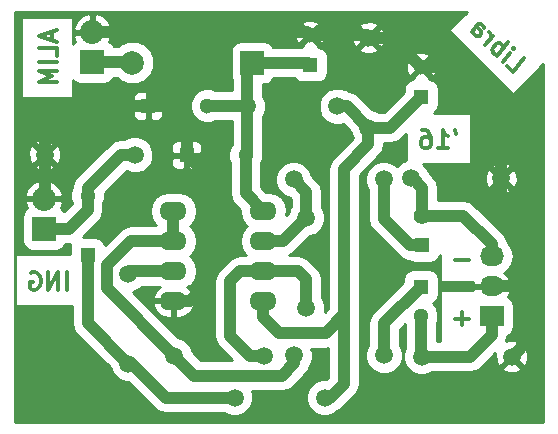
<source format=gbr>
G04 #@! TF.FileFunction,Copper,L2,Bot,Signal*
%FSLAX46Y46*%
G04 Gerber Fmt 4.6, Leading zero omitted, Abs format (unit mm)*
G04 Created by KiCad (PCBNEW 4.0.2+e4-6225~38~ubuntu15.10.1-stable) date lun 09 mag 2016 18:24:35 CEST*
%MOMM*%
G01*
G04 APERTURE LIST*
%ADD10C,0.100000*%
%ADD11C,0.300000*%
%ADD12R,1.300000X1.300000*%
%ADD13C,1.300000*%
%ADD14C,1.400000*%
%ADD15C,1.998980*%
%ADD16R,1.998980X1.998980*%
%ADD17R,2.032000X2.032000*%
%ADD18O,2.032000X2.032000*%
%ADD19R,2.032000X1.727200*%
%ADD20O,2.032000X1.727200*%
%ADD21C,1.500000*%
%ADD22O,2.300000X1.600000*%
%ADD23C,1.000000*%
%ADD24C,0.254000*%
G04 APERTURE END LIST*
D10*
D11*
X171357143Y-103178571D02*
X171500000Y-103464286D01*
X169928571Y-104678571D02*
X170785714Y-104678571D01*
X170357142Y-104678571D02*
X170357142Y-103178571D01*
X170499999Y-103392857D01*
X170642857Y-103535714D01*
X170785714Y-103607143D01*
X168642857Y-103178571D02*
X168928571Y-103178571D01*
X169071428Y-103250000D01*
X169142857Y-103321429D01*
X169285714Y-103535714D01*
X169357143Y-103821429D01*
X169357143Y-104392857D01*
X169285714Y-104535714D01*
X169214286Y-104607143D01*
X169071428Y-104678571D01*
X168785714Y-104678571D01*
X168642857Y-104607143D01*
X168571428Y-104535714D01*
X168500000Y-104392857D01*
X168500000Y-104035714D01*
X168571428Y-103892857D01*
X168642857Y-103821429D01*
X168785714Y-103750000D01*
X169071428Y-103750000D01*
X169214286Y-103821429D01*
X169285714Y-103892857D01*
X169357143Y-104035714D01*
X175792338Y-97751982D02*
X176297414Y-98257059D01*
X177225492Y-97063816D01*
X175438785Y-97398429D02*
X176057503Y-96602934D01*
X176366862Y-96205186D02*
X176373176Y-96312516D01*
X176278474Y-96318829D01*
X176272161Y-96211501D01*
X176366862Y-96205186D01*
X176278474Y-96318829D01*
X174933708Y-96893352D02*
X175861786Y-95700110D01*
X175508232Y-96154679D02*
X175451411Y-95996842D01*
X175249381Y-95794812D01*
X175104172Y-95750618D01*
X175009470Y-95756932D01*
X174870573Y-95820066D01*
X174605408Y-96160992D01*
X174567528Y-96325142D01*
X174573842Y-96432471D01*
X174630663Y-96590307D01*
X174832693Y-96792337D01*
X174977902Y-96836532D01*
X173974063Y-95933707D02*
X174592781Y-95138212D01*
X174416005Y-95365498D02*
X174453886Y-95201348D01*
X174447572Y-95094019D01*
X174390751Y-94936182D01*
X174289736Y-94835167D01*
X172862896Y-94822540D02*
X173349032Y-94197508D01*
X173487928Y-94134374D01*
X173633137Y-94178568D01*
X173835167Y-94380598D01*
X173891988Y-94538435D01*
X172907090Y-94765720D02*
X172963911Y-94923555D01*
X173216449Y-95176093D01*
X173361658Y-95220288D01*
X173500555Y-95157154D01*
X173588943Y-95043512D01*
X173626823Y-94879361D01*
X173570002Y-94721525D01*
X173317464Y-94468987D01*
X173260643Y-94311150D01*
X137250000Y-94821428D02*
X137250000Y-95535714D01*
X137678571Y-94678571D02*
X136178571Y-95178571D01*
X137678571Y-95678571D01*
X137678571Y-96892857D02*
X137678571Y-96178571D01*
X136178571Y-96178571D01*
X137678571Y-97392857D02*
X136178571Y-97392857D01*
X137678571Y-98107143D02*
X136178571Y-98107143D01*
X137250000Y-98607143D01*
X136178571Y-99107143D01*
X137678571Y-99107143D01*
X138535714Y-116678571D02*
X138535714Y-115178571D01*
X137821428Y-116678571D02*
X137821428Y-115178571D01*
X136964285Y-116678571D01*
X136964285Y-115178571D01*
X135464285Y-115250000D02*
X135607142Y-115178571D01*
X135821428Y-115178571D01*
X136035713Y-115250000D01*
X136178571Y-115392857D01*
X136249999Y-115535714D01*
X136321428Y-115821429D01*
X136321428Y-116035714D01*
X136249999Y-116321429D01*
X136178571Y-116464286D01*
X136035713Y-116607143D01*
X135821428Y-116678571D01*
X135678571Y-116678571D01*
X135464285Y-116607143D01*
X135392856Y-116535714D01*
X135392856Y-116035714D01*
X135678571Y-116035714D01*
X172571428Y-119107143D02*
X171428571Y-119107143D01*
X172000000Y-119678571D02*
X172000000Y-118535714D01*
X172571428Y-114107143D02*
X171428571Y-114107143D01*
D12*
X140284200Y-113690400D03*
D13*
X140284200Y-108690400D03*
D12*
X168516300Y-116395500D03*
D13*
X168516300Y-118895500D03*
D12*
X168630600Y-112890300D03*
D14*
X168630600Y-110390300D03*
D15*
X144081500Y-97436940D03*
D16*
X154241500Y-97436940D03*
D17*
X136588500Y-111480600D03*
D18*
X136588500Y-108940600D03*
D17*
X140695680Y-97393760D03*
D18*
X140695680Y-94853760D03*
D19*
X174498000Y-118910100D03*
D20*
X174498000Y-116370100D03*
X174498000Y-113830100D03*
D21*
X144284700Y-105232200D03*
X136664700Y-105232200D03*
X152737820Y-125785880D03*
X160357820Y-125785880D03*
X143751300Y-115290600D03*
X143751300Y-122910600D03*
X155257500Y-122262900D03*
X147637500Y-122262900D03*
X158800800Y-110566200D03*
X158800800Y-118186200D03*
X153809700Y-101117400D03*
X161429700Y-101117400D03*
X164063680Y-102941120D03*
X164063680Y-95321120D03*
X165354000Y-107327700D03*
X157734000Y-107327700D03*
X165392100Y-122224800D03*
X157772100Y-122224800D03*
X176199800Y-122321320D03*
X168579800Y-122321320D03*
X175298100Y-107213400D03*
X167678100Y-107213400D03*
D22*
X147561300Y-109994700D03*
X147561300Y-112534700D03*
X147561300Y-115074700D03*
X147561300Y-117614700D03*
X155181300Y-117614700D03*
X155181300Y-115074700D03*
X155181300Y-112534700D03*
X155181300Y-109994700D03*
D12*
X148666200Y-105270300D03*
D13*
X153666200Y-105270300D03*
D12*
X145427700Y-101079300D03*
D13*
X150427700Y-101079300D03*
D12*
X159131000Y-97612200D03*
D13*
X159131000Y-95112200D03*
D12*
X168534080Y-100304600D03*
D13*
X168534080Y-97804600D03*
D23*
X143751300Y-122910600D02*
X144033240Y-122910600D01*
X144033240Y-122910600D02*
X146908520Y-125785880D01*
X146908520Y-125785880D02*
X152737820Y-125785880D01*
X143751300Y-122910600D02*
X143751300Y-122974100D01*
X140284200Y-113690400D02*
X140284200Y-119443500D01*
X140284200Y-119443500D02*
X143751300Y-122910600D01*
X140284200Y-108690400D02*
X140284200Y-108074460D01*
X140284200Y-108074460D02*
X143126460Y-105232200D01*
X143126460Y-105232200D02*
X144284700Y-105232200D01*
X136588500Y-111480600D02*
X138722100Y-111480600D01*
X140284200Y-109918500D02*
X140284200Y-108690400D01*
X138722100Y-111480600D02*
X140284200Y-109918500D01*
X165392100Y-122224800D02*
X165392100Y-119519700D01*
X165392100Y-119519700D02*
X168516300Y-116395500D01*
X168579800Y-122321320D02*
X172678680Y-122321320D01*
X174498000Y-120502000D02*
X174498000Y-118910100D01*
X172678680Y-122321320D02*
X174498000Y-120502000D01*
X168516300Y-118895500D02*
X168516300Y-122257820D01*
X168516300Y-122257820D02*
X168579800Y-122321320D01*
X168530900Y-118910100D02*
X168516300Y-118895500D01*
X165354000Y-107327700D02*
X165354000Y-110642400D01*
X167601900Y-112890300D02*
X168630600Y-112890300D01*
X165354000Y-110642400D02*
X167601900Y-112890300D01*
X168630600Y-110390300D02*
X172074200Y-110390300D01*
X174498000Y-112814100D02*
X174498000Y-113830100D01*
X172074200Y-110390300D02*
X174498000Y-112814100D01*
X167678100Y-107213400D02*
X167830500Y-107213400D01*
X167830500Y-107213400D02*
X168630600Y-108013500D01*
X168630600Y-108013500D02*
X168630600Y-110390300D01*
X140695680Y-97393760D02*
X144038320Y-97393760D01*
X144038320Y-97393760D02*
X144081500Y-97436940D01*
X150427700Y-101079300D02*
X153771600Y-101079300D01*
X153771600Y-101079300D02*
X153809700Y-101117400D01*
X153809700Y-101117400D02*
X153809700Y-105126800D01*
X153809700Y-105126800D02*
X153666200Y-105270300D01*
X153666200Y-105270300D02*
X153666200Y-108479600D01*
X153666200Y-108479600D02*
X155181300Y-109994700D01*
X153809700Y-101117400D02*
X153809700Y-97868740D01*
X153809700Y-97868740D02*
X154241500Y-97436940D01*
X154241500Y-97436940D02*
X158955740Y-97436940D01*
X158955740Y-97436940D02*
X159131000Y-97612200D01*
X149000000Y-94853760D02*
X149000000Y-97507000D01*
X149000000Y-97507000D02*
X145427700Y-101079300D01*
X174498000Y-116370100D02*
X176415700Y-116370100D01*
X177698400Y-120822720D02*
X176199800Y-122321320D01*
X177698400Y-117652800D02*
X177698400Y-120822720D01*
X176415700Y-116370100D02*
X177698400Y-117652800D01*
X175298100Y-107213400D02*
X175298100Y-109651800D01*
X176733200Y-116370100D02*
X174498000Y-116370100D01*
X177355500Y-115747800D02*
X176733200Y-116370100D01*
X177355500Y-111709200D02*
X177355500Y-115747800D01*
X175298100Y-109651800D02*
X177355500Y-111709200D01*
X168534080Y-97804600D02*
X170420660Y-97804600D01*
X175298100Y-102682040D02*
X175298100Y-107213400D01*
X170420660Y-97804600D02*
X175298100Y-102682040D01*
X164063680Y-95321120D02*
X166050600Y-95321120D01*
X166050600Y-95321120D02*
X168534080Y-97804600D01*
X159131000Y-95112200D02*
X163854760Y-95112200D01*
X163854760Y-95112200D02*
X164063680Y-95321120D01*
X140695680Y-94853760D02*
X149000000Y-94853760D01*
X149000000Y-94853760D02*
X158872560Y-94853760D01*
X158872560Y-94853760D02*
X159131000Y-95112200D01*
X136664700Y-105232200D02*
X136664700Y-104122220D01*
X136664700Y-104122220D02*
X139707620Y-101079300D01*
X139707620Y-101079300D02*
X145427700Y-101079300D01*
X148666200Y-105270300D02*
X148666200Y-102984300D01*
X146761200Y-101079300D02*
X145427700Y-101079300D01*
X148666200Y-102984300D02*
X146761200Y-101079300D01*
X136664700Y-105232200D02*
X136664700Y-108864400D01*
X136664700Y-108864400D02*
X136588500Y-108940600D01*
X147561300Y-117614700D02*
X148971000Y-117614700D01*
X150418800Y-107022900D02*
X148666200Y-105270300D01*
X150418800Y-116166900D02*
X150418800Y-107022900D01*
X148971000Y-117614700D02*
X150418800Y-116166900D01*
X160357820Y-125785880D02*
X160822640Y-125785880D01*
X160822640Y-125785880D02*
X162001200Y-124607320D01*
X162001200Y-124607320D02*
X162001200Y-118757700D01*
X164063680Y-102941120D02*
X164063680Y-104350820D01*
X155181300Y-118986300D02*
X155181300Y-117614700D01*
X156514800Y-120319800D02*
X155181300Y-118986300D01*
X160439100Y-120319800D02*
X156514800Y-120319800D01*
X162001200Y-118757700D02*
X160439100Y-120319800D01*
X162001200Y-106413300D02*
X162001200Y-118757700D01*
X164063680Y-104350820D02*
X162001200Y-106413300D01*
X164063680Y-102941120D02*
X165897560Y-102941120D01*
X165897560Y-102941120D02*
X168534080Y-100304600D01*
X161429700Y-101117400D02*
X162239960Y-101117400D01*
X162239960Y-101117400D02*
X164063680Y-102941120D01*
X147561300Y-115074700D02*
X143967200Y-115074700D01*
X143967200Y-115074700D02*
X143751300Y-115290600D01*
X155257500Y-122262900D02*
X154038300Y-122262900D01*
X153225500Y-115074700D02*
X155181300Y-115074700D01*
X152361900Y-115938300D02*
X153225500Y-115074700D01*
X152361900Y-120586500D02*
X152361900Y-115938300D01*
X154038300Y-122262900D02*
X152361900Y-120586500D01*
X155181300Y-115074700D02*
X158089600Y-115074700D01*
X158800800Y-115785900D02*
X158800800Y-118186200D01*
X158089600Y-115074700D02*
X158800800Y-115785900D01*
X157772100Y-122224800D02*
X157772100Y-122885200D01*
X157772100Y-122885200D02*
X156715460Y-123941840D01*
X156715460Y-123941840D02*
X149316440Y-123941840D01*
X149316440Y-123941840D02*
X147637500Y-122262900D01*
X147561300Y-112534700D02*
X143954500Y-112534700D01*
X141922500Y-116547900D02*
X147637500Y-122262900D01*
X141922500Y-114566700D02*
X141922500Y-116547900D01*
X143954500Y-112534700D02*
X141922500Y-114566700D01*
X147561300Y-112534700D02*
X147561300Y-109994700D01*
X155181300Y-112534700D02*
X156832300Y-112534700D01*
X156832300Y-112534700D02*
X158800800Y-110566200D01*
X158800800Y-110566200D02*
X158800800Y-108394500D01*
X158800800Y-108394500D02*
X157734000Y-107327700D01*
D24*
G36*
X170839763Y-94706374D02*
X176293627Y-100160238D01*
X178873000Y-97580865D01*
X178873000Y-127873000D01*
X134127000Y-127873000D01*
X134127000Y-113673000D01*
X134130143Y-113673000D01*
X134130143Y-118027000D01*
X138957200Y-118027000D01*
X138957200Y-119443500D01*
X139058212Y-119951321D01*
X139345869Y-120381831D01*
X142174038Y-123210000D01*
X142174027Y-123222908D01*
X142413605Y-123802732D01*
X142856835Y-124246736D01*
X143436239Y-124487325D01*
X143733563Y-124487585D01*
X145970189Y-126724211D01*
X146400699Y-127011868D01*
X146908520Y-127112880D01*
X151834235Y-127112880D01*
X151843355Y-127122016D01*
X152422759Y-127362605D01*
X153050128Y-127363153D01*
X153629952Y-127123575D01*
X154073956Y-126680345D01*
X154314545Y-126100941D01*
X154315093Y-125473572D01*
X154230500Y-125268840D01*
X156715460Y-125268840D01*
X157223281Y-125167828D01*
X157653791Y-124880171D01*
X158710428Y-123823533D01*
X158710431Y-123823531D01*
X158998088Y-123393021D01*
X159031926Y-123222908D01*
X159038743Y-123188637D01*
X159108236Y-123119265D01*
X159348825Y-122539861D01*
X159349373Y-121912492D01*
X159239591Y-121646800D01*
X160439100Y-121646800D01*
X160674200Y-121600036D01*
X160674200Y-124057659D01*
X160522835Y-124209024D01*
X160045512Y-124208607D01*
X159465688Y-124448185D01*
X159021684Y-124891415D01*
X158781095Y-125470819D01*
X158780547Y-126098188D01*
X159020125Y-126678012D01*
X159463355Y-127122016D01*
X160042759Y-127362605D01*
X160670128Y-127363153D01*
X161249952Y-127123575D01*
X161425403Y-126948430D01*
X161760971Y-126724211D01*
X162939528Y-125545653D01*
X162939531Y-125545651D01*
X163227188Y-125115141D01*
X163271690Y-124891415D01*
X163328201Y-124607320D01*
X163328200Y-124607315D01*
X163328200Y-122537108D01*
X163814827Y-122537108D01*
X164054405Y-123116932D01*
X164497635Y-123560936D01*
X165077039Y-123801525D01*
X165704408Y-123802073D01*
X166284232Y-123562495D01*
X166728236Y-123119265D01*
X166968825Y-122539861D01*
X166969373Y-121912492D01*
X166729795Y-121332668D01*
X166719100Y-121321954D01*
X166719100Y-120069362D01*
X167189300Y-119599162D01*
X167189300Y-121557778D01*
X167003075Y-122006259D01*
X167002527Y-122633628D01*
X167242105Y-123213452D01*
X167685335Y-123657456D01*
X168264739Y-123898045D01*
X168892108Y-123898593D01*
X169471932Y-123659015D01*
X169482646Y-123648320D01*
X172678680Y-123648320D01*
X173186501Y-123547308D01*
X173567344Y-123292837D01*
X175407888Y-123292837D01*
X175475877Y-123533780D01*
X175994971Y-123718521D01*
X176545248Y-123690550D01*
X176923723Y-123533780D01*
X176991712Y-123292837D01*
X176199800Y-122500925D01*
X175407888Y-123292837D01*
X173567344Y-123292837D01*
X173617011Y-123259651D01*
X174826042Y-122050620D01*
X174802599Y-122116491D01*
X174830570Y-122666768D01*
X174987340Y-123045243D01*
X175228283Y-123113232D01*
X176020195Y-122321320D01*
X176379405Y-122321320D01*
X177171317Y-123113232D01*
X177412260Y-123045243D01*
X177597001Y-122526149D01*
X177569030Y-121975872D01*
X177412260Y-121597397D01*
X177171317Y-121529408D01*
X176379405Y-122321320D01*
X176020195Y-122321320D01*
X176006053Y-122307178D01*
X176185658Y-122127573D01*
X176199800Y-122141715D01*
X176991712Y-121349803D01*
X176923723Y-121108860D01*
X176404629Y-120924119D01*
X175854352Y-120952090D01*
X175724797Y-121005754D01*
X175813349Y-120560575D01*
X175820468Y-120559235D01*
X176101939Y-120378113D01*
X176290769Y-120101752D01*
X176357201Y-119773700D01*
X176357201Y-118046500D01*
X176299535Y-117740032D01*
X176118413Y-117458561D01*
X175847363Y-117273360D01*
X175848732Y-117272136D01*
X176102709Y-116744891D01*
X176105358Y-116729126D01*
X175984217Y-116497100D01*
X174625000Y-116497100D01*
X174625000Y-116517100D01*
X174371000Y-116517100D01*
X174371000Y-116497100D01*
X173011783Y-116497100D01*
X172919945Y-116673000D01*
X170094429Y-116673000D01*
X170094429Y-120994320D01*
X169843300Y-120994320D01*
X169843300Y-119551203D01*
X169993043Y-119190582D01*
X169993556Y-118602995D01*
X169769170Y-118059940D01*
X169514109Y-117804433D01*
X169754239Y-117649913D01*
X169943069Y-117373552D01*
X170009501Y-117045500D01*
X170009501Y-115745500D01*
X169951835Y-115439032D01*
X169770713Y-115157561D01*
X169494352Y-114968731D01*
X169166300Y-114902299D01*
X167866300Y-114902299D01*
X167559832Y-114959965D01*
X167278361Y-115141087D01*
X167089531Y-115417448D01*
X167023099Y-115745500D01*
X167023099Y-116012039D01*
X164453769Y-118581369D01*
X164166112Y-119011879D01*
X164065100Y-119519700D01*
X164065100Y-121321215D01*
X164055964Y-121330335D01*
X163815375Y-121909739D01*
X163814827Y-122537108D01*
X163328200Y-122537108D01*
X163328200Y-106962962D01*
X165002011Y-105289151D01*
X165289668Y-104858641D01*
X165390680Y-104350820D01*
X165390680Y-104268120D01*
X165897560Y-104268120D01*
X166405381Y-104167108D01*
X166835891Y-103879451D01*
X167237286Y-103478056D01*
X167237286Y-105689225D01*
X166785968Y-105875705D01*
X166458818Y-106202285D01*
X166248465Y-105991564D01*
X165669061Y-105750975D01*
X165041692Y-105750427D01*
X164461868Y-105990005D01*
X164017864Y-106433235D01*
X163777275Y-107012639D01*
X163776727Y-107640008D01*
X164016305Y-108219832D01*
X164027000Y-108230546D01*
X164027000Y-110642400D01*
X164128012Y-111150221D01*
X164415669Y-111580731D01*
X166663567Y-113828628D01*
X166663569Y-113828631D01*
X167008160Y-114058879D01*
X167094079Y-114116288D01*
X167467368Y-114190541D01*
X167652548Y-114317069D01*
X167980600Y-114383501D01*
X169280600Y-114383501D01*
X169587068Y-114325835D01*
X169868539Y-114144713D01*
X170057369Y-113868352D01*
X170094429Y-113685344D01*
X170094429Y-116027000D01*
X172898957Y-116027000D01*
X173011783Y-116243100D01*
X174371000Y-116243100D01*
X174371000Y-116223100D01*
X174625000Y-116223100D01*
X174625000Y-116243100D01*
X175984217Y-116243100D01*
X176105358Y-116011074D01*
X176102709Y-115995309D01*
X175848732Y-115468064D01*
X175579567Y-115227575D01*
X175881942Y-115025535D01*
X176248418Y-114477065D01*
X176377107Y-113830100D01*
X176248418Y-113183135D01*
X175881942Y-112634665D01*
X175775110Y-112563282D01*
X175723988Y-112306279D01*
X175436331Y-111875769D01*
X173012531Y-109451969D01*
X172582021Y-109164312D01*
X172074200Y-109063300D01*
X169957600Y-109063300D01*
X169957600Y-108184917D01*
X174506188Y-108184917D01*
X174574177Y-108425860D01*
X175093271Y-108610601D01*
X175643548Y-108582630D01*
X176022023Y-108425860D01*
X176090012Y-108184917D01*
X175298100Y-107393005D01*
X174506188Y-108184917D01*
X169957600Y-108184917D01*
X169957600Y-108013500D01*
X169856588Y-107505679D01*
X169568931Y-107075169D01*
X169502333Y-107008571D01*
X173900899Y-107008571D01*
X173928870Y-107558848D01*
X174085640Y-107937323D01*
X174326583Y-108005312D01*
X175118495Y-107213400D01*
X175477705Y-107213400D01*
X176269617Y-108005312D01*
X176510560Y-107937323D01*
X176695301Y-107418229D01*
X176667330Y-106867952D01*
X176510560Y-106489477D01*
X176269617Y-106421488D01*
X175477705Y-107213400D01*
X175118495Y-107213400D01*
X174326583Y-106421488D01*
X174085640Y-106489477D01*
X173900899Y-107008571D01*
X169502333Y-107008571D01*
X169157160Y-106663398D01*
X169015795Y-106321268D01*
X168936549Y-106241883D01*
X174506188Y-106241883D01*
X175298100Y-107033795D01*
X176090012Y-106241883D01*
X176022023Y-106000940D01*
X175502929Y-105816199D01*
X174952652Y-105844170D01*
X174574177Y-106000940D01*
X174506188Y-106241883D01*
X168936549Y-106241883D01*
X168722040Y-106027000D01*
X172762714Y-106027000D01*
X172762714Y-101673000D01*
X169594879Y-101673000D01*
X169772019Y-101559013D01*
X169960849Y-101282652D01*
X170027281Y-100954600D01*
X170027281Y-99654600D01*
X169969615Y-99348132D01*
X169788493Y-99066661D01*
X169512132Y-98877831D01*
X169225442Y-98819775D01*
X169253490Y-98703616D01*
X168534080Y-97984205D01*
X167814670Y-98703616D01*
X167842581Y-98819207D01*
X167577612Y-98869065D01*
X167296141Y-99050187D01*
X167107311Y-99326548D01*
X167040879Y-99654600D01*
X167040879Y-99921140D01*
X165347898Y-101614120D01*
X164967265Y-101614120D01*
X164958145Y-101604984D01*
X164378741Y-101364395D01*
X164363603Y-101364382D01*
X163178291Y-100179069D01*
X162747781Y-99891412D01*
X162356408Y-99813563D01*
X162324165Y-99781264D01*
X161744761Y-99540675D01*
X161117392Y-99540127D01*
X160537568Y-99779705D01*
X160093564Y-100222935D01*
X159852975Y-100802339D01*
X159852427Y-101429708D01*
X160092005Y-102009532D01*
X160535235Y-102453536D01*
X161114639Y-102694125D01*
X161742008Y-102694673D01*
X161882515Y-102636617D01*
X162486418Y-103240520D01*
X162486407Y-103253428D01*
X162719728Y-103818110D01*
X161062869Y-105474969D01*
X160775212Y-105905479D01*
X160674200Y-106413300D01*
X160674200Y-118208038D01*
X160375074Y-118507164D01*
X160377525Y-118501261D01*
X160378073Y-117873892D01*
X160138495Y-117294068D01*
X160127800Y-117283354D01*
X160127800Y-115785905D01*
X160127801Y-115785900D01*
X160026788Y-115278079D01*
X159954246Y-115169512D01*
X159739131Y-114847569D01*
X159739128Y-114847567D01*
X159027931Y-114136369D01*
X158597421Y-113848712D01*
X158089600Y-113747700D01*
X157359559Y-113747700D01*
X157770631Y-113473031D01*
X159100200Y-112143462D01*
X159113108Y-112143473D01*
X159692932Y-111903895D01*
X160136936Y-111460665D01*
X160377525Y-110881261D01*
X160378073Y-110253892D01*
X160138495Y-109674068D01*
X160127800Y-109663354D01*
X160127800Y-108394500D01*
X160026788Y-107886679D01*
X159739131Y-107456169D01*
X159311262Y-107028300D01*
X159311273Y-107015392D01*
X159071695Y-106435568D01*
X158628465Y-105991564D01*
X158049061Y-105750975D01*
X157421692Y-105750427D01*
X156841868Y-105990005D01*
X156397864Y-106433235D01*
X156157275Y-107012639D01*
X156156727Y-107640008D01*
X156396305Y-108219832D01*
X156839535Y-108663836D01*
X157418939Y-108904425D01*
X157434076Y-108904438D01*
X157473800Y-108944162D01*
X157473800Y-109662615D01*
X157464664Y-109671735D01*
X157224075Y-110251139D01*
X157224062Y-110266277D01*
X157122887Y-110367452D01*
X157197032Y-109994700D01*
X157073184Y-109372074D01*
X156720495Y-108844237D01*
X156192658Y-108491548D01*
X155570032Y-108367700D01*
X155430962Y-108367700D01*
X154993200Y-107929938D01*
X154993200Y-105926003D01*
X155142943Y-105565382D01*
X155143456Y-104977795D01*
X155136700Y-104961444D01*
X155136700Y-102020985D01*
X155145836Y-102011865D01*
X155386425Y-101432461D01*
X155386973Y-100805092D01*
X155147395Y-100225268D01*
X155136700Y-100214554D01*
X155136700Y-99279631D01*
X155240990Y-99279631D01*
X155547458Y-99221965D01*
X155828929Y-99040843D01*
X156017759Y-98764482D01*
X156017869Y-98763940D01*
X157821119Y-98763940D01*
X157876587Y-98850139D01*
X158152948Y-99038969D01*
X158481000Y-99105401D01*
X159781000Y-99105401D01*
X160087468Y-99047735D01*
X160368939Y-98866613D01*
X160557769Y-98590252D01*
X160624201Y-98262200D01*
X160624201Y-97623678D01*
X167236458Y-97623678D01*
X167265997Y-98134028D01*
X167404469Y-98468329D01*
X167635064Y-98524010D01*
X168354475Y-97804600D01*
X168713685Y-97804600D01*
X169433096Y-98524010D01*
X169663691Y-98468329D01*
X169831702Y-97985522D01*
X169802163Y-97475172D01*
X169663691Y-97140871D01*
X169433096Y-97085190D01*
X168713685Y-97804600D01*
X168354475Y-97804600D01*
X167635064Y-97085190D01*
X167404469Y-97140871D01*
X167236458Y-97623678D01*
X160624201Y-97623678D01*
X160624201Y-96962200D01*
X160613548Y-96905584D01*
X167814670Y-96905584D01*
X168534080Y-97624995D01*
X169253490Y-96905584D01*
X169197809Y-96674989D01*
X168715002Y-96506978D01*
X168204652Y-96536517D01*
X167870351Y-96674989D01*
X167814670Y-96905584D01*
X160613548Y-96905584D01*
X160566535Y-96655732D01*
X160385413Y-96374261D01*
X160265953Y-96292637D01*
X163271768Y-96292637D01*
X163339757Y-96533580D01*
X163858851Y-96718321D01*
X164409128Y-96690350D01*
X164787603Y-96533580D01*
X164855592Y-96292637D01*
X164063680Y-95500725D01*
X163271768Y-96292637D01*
X160265953Y-96292637D01*
X160109052Y-96185431D01*
X159822362Y-96127375D01*
X159850410Y-96011216D01*
X159131000Y-95291805D01*
X158411590Y-96011216D01*
X158435429Y-96109940D01*
X156012985Y-96109940D01*
X155845403Y-95849511D01*
X155569042Y-95660681D01*
X155240990Y-95594249D01*
X153242010Y-95594249D01*
X152935542Y-95651915D01*
X152654071Y-95833037D01*
X152465241Y-96109398D01*
X152398809Y-96437450D01*
X152398809Y-98436430D01*
X152456475Y-98742898D01*
X152482700Y-98783653D01*
X152482700Y-99752300D01*
X151083403Y-99752300D01*
X150722782Y-99602557D01*
X150135195Y-99602044D01*
X149592140Y-99826430D01*
X149176291Y-100241554D01*
X148950957Y-100784218D01*
X148950444Y-101371805D01*
X149174830Y-101914860D01*
X149589954Y-102330709D01*
X150132618Y-102556043D01*
X150720205Y-102556556D01*
X151083852Y-102406300D01*
X152482700Y-102406300D01*
X152482700Y-104364763D01*
X152414791Y-104432554D01*
X152189457Y-104975218D01*
X152188944Y-105562805D01*
X152339200Y-105926452D01*
X152339200Y-108479600D01*
X152440212Y-108987421D01*
X152727869Y-109417931D01*
X153188641Y-109878703D01*
X153165568Y-109994700D01*
X153289416Y-110617326D01*
X153642105Y-111145163D01*
X153821005Y-111264700D01*
X153642105Y-111384237D01*
X153289416Y-111912074D01*
X153165568Y-112534700D01*
X153289416Y-113157326D01*
X153642105Y-113685163D01*
X153735698Y-113747700D01*
X153225505Y-113747700D01*
X153225500Y-113747699D01*
X152717679Y-113848712D01*
X152287169Y-114136369D01*
X151423569Y-114999969D01*
X151135912Y-115430479D01*
X151034900Y-115938300D01*
X151034900Y-120586500D01*
X151135912Y-121094321D01*
X151423569Y-121524831D01*
X152513579Y-122614840D01*
X149866101Y-122614840D01*
X149214762Y-121963500D01*
X149214773Y-121950592D01*
X148975195Y-121370768D01*
X148531965Y-120926764D01*
X147952561Y-120686175D01*
X147937423Y-120686162D01*
X145215001Y-117963739D01*
X145819396Y-117963739D01*
X145836933Y-118046519D01*
X146106800Y-118539596D01*
X146544817Y-118891866D01*
X147084300Y-119049700D01*
X147434300Y-119049700D01*
X147434300Y-117741700D01*
X147688300Y-117741700D01*
X147688300Y-119049700D01*
X148038300Y-119049700D01*
X148577783Y-118891866D01*
X149015800Y-118539596D01*
X149285667Y-118046519D01*
X149303204Y-117963739D01*
X149181215Y-117741700D01*
X147688300Y-117741700D01*
X147434300Y-117741700D01*
X145941385Y-117741700D01*
X145819396Y-117963739D01*
X145215001Y-117963739D01*
X144102900Y-116851638D01*
X144643432Y-116628295D01*
X144870423Y-116401700D01*
X146286312Y-116401700D01*
X146383929Y-116466926D01*
X146106800Y-116689804D01*
X145836933Y-117182881D01*
X145819396Y-117265661D01*
X145941385Y-117487700D01*
X147434300Y-117487700D01*
X147434300Y-117467700D01*
X147688300Y-117467700D01*
X147688300Y-117487700D01*
X149181215Y-117487700D01*
X149303204Y-117265661D01*
X149285667Y-117182881D01*
X149015800Y-116689804D01*
X148738671Y-116466926D01*
X149100495Y-116225163D01*
X149453184Y-115697326D01*
X149577032Y-115074700D01*
X149453184Y-114452074D01*
X149100495Y-113924237D01*
X148921595Y-113804700D01*
X149100495Y-113685163D01*
X149453184Y-113157326D01*
X149577032Y-112534700D01*
X149453184Y-111912074D01*
X149100495Y-111384237D01*
X148921595Y-111264700D01*
X149100495Y-111145163D01*
X149453184Y-110617326D01*
X149577032Y-109994700D01*
X149453184Y-109372074D01*
X149100495Y-108844237D01*
X148572658Y-108491548D01*
X147950032Y-108367700D01*
X147172568Y-108367700D01*
X146549942Y-108491548D01*
X146022105Y-108844237D01*
X145669416Y-109372074D01*
X145545568Y-109994700D01*
X145669416Y-110617326D01*
X146022105Y-111145163D01*
X146115698Y-111207700D01*
X143954500Y-111207700D01*
X143446679Y-111308712D01*
X143016169Y-111596369D01*
X141744895Y-112867643D01*
X141719735Y-112733932D01*
X141538613Y-112452461D01*
X141262252Y-112263631D01*
X140934200Y-112197199D01*
X139882163Y-112197199D01*
X141222531Y-110856831D01*
X141510188Y-110426321D01*
X141611200Y-109918500D01*
X141611200Y-109346103D01*
X141760943Y-108985482D01*
X141761390Y-108473932D01*
X143585786Y-106649536D01*
X143969639Y-106808925D01*
X144597008Y-106809473D01*
X145176832Y-106569895D01*
X145620836Y-106126665D01*
X145857775Y-105556050D01*
X147381200Y-105556050D01*
X147381200Y-106046610D01*
X147477873Y-106279999D01*
X147656502Y-106458627D01*
X147889891Y-106555300D01*
X148380450Y-106555300D01*
X148539200Y-106396550D01*
X148539200Y-105397300D01*
X148793200Y-105397300D01*
X148793200Y-106396550D01*
X148951950Y-106555300D01*
X149442509Y-106555300D01*
X149675898Y-106458627D01*
X149854527Y-106279999D01*
X149951200Y-106046610D01*
X149951200Y-105556050D01*
X149792450Y-105397300D01*
X148793200Y-105397300D01*
X148539200Y-105397300D01*
X147539950Y-105397300D01*
X147381200Y-105556050D01*
X145857775Y-105556050D01*
X145861425Y-105547261D01*
X145861973Y-104919892D01*
X145685995Y-104493990D01*
X147381200Y-104493990D01*
X147381200Y-104984550D01*
X147539950Y-105143300D01*
X148539200Y-105143300D01*
X148539200Y-104144050D01*
X148793200Y-104144050D01*
X148793200Y-105143300D01*
X149792450Y-105143300D01*
X149951200Y-104984550D01*
X149951200Y-104493990D01*
X149854527Y-104260601D01*
X149675898Y-104081973D01*
X149442509Y-103985300D01*
X148951950Y-103985300D01*
X148793200Y-104144050D01*
X148539200Y-104144050D01*
X148380450Y-103985300D01*
X147889891Y-103985300D01*
X147656502Y-104081973D01*
X147477873Y-104260601D01*
X147381200Y-104493990D01*
X145685995Y-104493990D01*
X145622395Y-104340068D01*
X145179165Y-103896064D01*
X144599761Y-103655475D01*
X143972392Y-103654927D01*
X143392568Y-103894505D01*
X143381854Y-103905200D01*
X143126465Y-103905200D01*
X143126460Y-103905199D01*
X142618639Y-104006212D01*
X142188129Y-104293869D01*
X142188127Y-104293872D01*
X139345869Y-107136129D01*
X139058212Y-107566639D01*
X138972382Y-107998135D01*
X138807457Y-108395318D01*
X138806944Y-108982905D01*
X138957200Y-109346552D01*
X138957200Y-109368838D01*
X138303063Y-110022975D01*
X138208913Y-109876661D01*
X138019096Y-109746964D01*
X138194475Y-109323544D01*
X138075336Y-109067600D01*
X136715500Y-109067600D01*
X136715500Y-109087600D01*
X136461500Y-109087600D01*
X136461500Y-109067600D01*
X135101664Y-109067600D01*
X134982525Y-109323544D01*
X135158453Y-109748290D01*
X134984561Y-109860187D01*
X134795731Y-110136548D01*
X134729299Y-110464600D01*
X134729299Y-112496600D01*
X134786965Y-112803068D01*
X134968087Y-113084539D01*
X135244448Y-113273369D01*
X135572500Y-113339801D01*
X137604500Y-113339801D01*
X137910968Y-113282135D01*
X138192439Y-113101013D01*
X138381269Y-112824652D01*
X138384722Y-112807600D01*
X138722100Y-112807600D01*
X138843012Y-112783549D01*
X138790999Y-113040400D01*
X138790999Y-113673000D01*
X134130143Y-113673000D01*
X134127000Y-113673000D01*
X134127000Y-108557656D01*
X134982525Y-108557656D01*
X135101664Y-108813600D01*
X136461500Y-108813600D01*
X136461500Y-107453233D01*
X136715500Y-107453233D01*
X136715500Y-108813600D01*
X138075336Y-108813600D01*
X138194475Y-108557656D01*
X137994885Y-108075782D01*
X137556879Y-107603412D01*
X136971446Y-107334617D01*
X136715500Y-107453233D01*
X136461500Y-107453233D01*
X136205554Y-107334617D01*
X135620121Y-107603412D01*
X135182115Y-108075782D01*
X134982525Y-108557656D01*
X134127000Y-108557656D01*
X134127000Y-106203717D01*
X135872788Y-106203717D01*
X135940777Y-106444660D01*
X136459871Y-106629401D01*
X137010148Y-106601430D01*
X137388623Y-106444660D01*
X137456612Y-106203717D01*
X136664700Y-105411805D01*
X135872788Y-106203717D01*
X134127000Y-106203717D01*
X134127000Y-105027371D01*
X135267499Y-105027371D01*
X135295470Y-105577648D01*
X135452240Y-105956123D01*
X135693183Y-106024112D01*
X136485095Y-105232200D01*
X136844305Y-105232200D01*
X137636217Y-106024112D01*
X137877160Y-105956123D01*
X138061901Y-105437029D01*
X138033930Y-104886752D01*
X137877160Y-104508277D01*
X137636217Y-104440288D01*
X136844305Y-105232200D01*
X136485095Y-105232200D01*
X135693183Y-104440288D01*
X135452240Y-104508277D01*
X135267499Y-105027371D01*
X134127000Y-105027371D01*
X134127000Y-104260683D01*
X135872788Y-104260683D01*
X136664700Y-105052595D01*
X137456612Y-104260683D01*
X137388623Y-104019740D01*
X136869529Y-103834999D01*
X136319252Y-103862970D01*
X135940777Y-104019740D01*
X135872788Y-104260683D01*
X134127000Y-104260683D01*
X134127000Y-101365050D01*
X144142700Y-101365050D01*
X144142700Y-101855610D01*
X144239373Y-102088999D01*
X144418002Y-102267627D01*
X144651391Y-102364300D01*
X145141950Y-102364300D01*
X145300700Y-102205550D01*
X145300700Y-101206300D01*
X145554700Y-101206300D01*
X145554700Y-102205550D01*
X145713450Y-102364300D01*
X146204009Y-102364300D01*
X146437398Y-102267627D01*
X146616027Y-102088999D01*
X146712700Y-101855610D01*
X146712700Y-101365050D01*
X146553950Y-101206300D01*
X145554700Y-101206300D01*
X145300700Y-101206300D01*
X144301450Y-101206300D01*
X144142700Y-101365050D01*
X134127000Y-101365050D01*
X134127000Y-93558714D01*
X134673000Y-93558714D01*
X134673000Y-100441286D01*
X139027000Y-100441286D01*
X139027000Y-100302990D01*
X144142700Y-100302990D01*
X144142700Y-100793550D01*
X144301450Y-100952300D01*
X145300700Y-100952300D01*
X145300700Y-99953050D01*
X145554700Y-99953050D01*
X145554700Y-100952300D01*
X146553950Y-100952300D01*
X146712700Y-100793550D01*
X146712700Y-100302990D01*
X146616027Y-100069601D01*
X146437398Y-99890973D01*
X146204009Y-99794300D01*
X145713450Y-99794300D01*
X145554700Y-99953050D01*
X145300700Y-99953050D01*
X145141950Y-99794300D01*
X144651391Y-99794300D01*
X144418002Y-99890973D01*
X144239373Y-100069601D01*
X144142700Y-100302990D01*
X139027000Y-100302990D01*
X139027000Y-98922690D01*
X139075267Y-98997699D01*
X139351628Y-99186529D01*
X139679680Y-99252961D01*
X141711680Y-99252961D01*
X142018148Y-99195295D01*
X142299619Y-99014173D01*
X142488449Y-98737812D01*
X142491902Y-98720760D01*
X142782285Y-98720760D01*
X143045526Y-98984460D01*
X143716595Y-99263112D01*
X144443217Y-99263746D01*
X145114772Y-98986266D01*
X145629020Y-98472914D01*
X145907672Y-97801845D01*
X145908306Y-97075223D01*
X145630826Y-96403668D01*
X145117474Y-95889420D01*
X144446405Y-95610768D01*
X143719783Y-95610134D01*
X143048228Y-95887614D01*
X142868769Y-96066760D01*
X142494299Y-96066760D01*
X142316093Y-95789821D01*
X142126276Y-95660124D01*
X142301655Y-95236704D01*
X142182516Y-94980760D01*
X140822680Y-94980760D01*
X140822680Y-95000760D01*
X140568680Y-95000760D01*
X140568680Y-94980760D01*
X139208844Y-94980760D01*
X139089705Y-95236704D01*
X139265633Y-95661450D01*
X139091741Y-95773347D01*
X139027000Y-95868098D01*
X139027000Y-94931278D01*
X157833378Y-94931278D01*
X157862917Y-95441628D01*
X158001389Y-95775929D01*
X158231984Y-95831610D01*
X158951395Y-95112200D01*
X159310605Y-95112200D01*
X160030016Y-95831610D01*
X160260611Y-95775929D01*
X160428622Y-95293122D01*
X160418388Y-95116291D01*
X162666479Y-95116291D01*
X162694450Y-95666568D01*
X162851220Y-96045043D01*
X163092163Y-96113032D01*
X163884075Y-95321120D01*
X164243285Y-95321120D01*
X165035197Y-96113032D01*
X165276140Y-96045043D01*
X165460881Y-95525949D01*
X165432910Y-94975672D01*
X165276140Y-94597197D01*
X165035197Y-94529208D01*
X164243285Y-95321120D01*
X163884075Y-95321120D01*
X163092163Y-94529208D01*
X162851220Y-94597197D01*
X162666479Y-95116291D01*
X160418388Y-95116291D01*
X160399083Y-94782772D01*
X160260611Y-94448471D01*
X160030016Y-94392790D01*
X159310605Y-95112200D01*
X158951395Y-95112200D01*
X158231984Y-94392790D01*
X158001389Y-94448471D01*
X157833378Y-94931278D01*
X139027000Y-94931278D01*
X139027000Y-94470816D01*
X139089705Y-94470816D01*
X139208844Y-94726760D01*
X140568680Y-94726760D01*
X140568680Y-93366393D01*
X140822680Y-93366393D01*
X140822680Y-94726760D01*
X142182516Y-94726760D01*
X142301655Y-94470816D01*
X142194946Y-94213184D01*
X158411590Y-94213184D01*
X159131000Y-94932595D01*
X159713991Y-94349603D01*
X163271768Y-94349603D01*
X164063680Y-95141515D01*
X164855592Y-94349603D01*
X164787603Y-94108660D01*
X164268509Y-93923919D01*
X163718232Y-93951890D01*
X163339757Y-94108660D01*
X163271768Y-94349603D01*
X159713991Y-94349603D01*
X159850410Y-94213184D01*
X159794729Y-93982589D01*
X159311922Y-93814578D01*
X158801572Y-93844117D01*
X158467271Y-93982589D01*
X158411590Y-94213184D01*
X142194946Y-94213184D01*
X142102065Y-93988942D01*
X141664059Y-93516572D01*
X141078626Y-93247777D01*
X140822680Y-93366393D01*
X140568680Y-93366393D01*
X140312734Y-93247777D01*
X139727301Y-93516572D01*
X139289295Y-93988942D01*
X139089705Y-94470816D01*
X139027000Y-94470816D01*
X139027000Y-93558714D01*
X134673000Y-93558714D01*
X134127000Y-93558714D01*
X134127000Y-93127000D01*
X172419137Y-93127000D01*
X170839763Y-94706374D01*
X170839763Y-94706374D01*
G37*
X170839763Y-94706374D02*
X176293627Y-100160238D01*
X178873000Y-97580865D01*
X178873000Y-127873000D01*
X134127000Y-127873000D01*
X134127000Y-113673000D01*
X134130143Y-113673000D01*
X134130143Y-118027000D01*
X138957200Y-118027000D01*
X138957200Y-119443500D01*
X139058212Y-119951321D01*
X139345869Y-120381831D01*
X142174038Y-123210000D01*
X142174027Y-123222908D01*
X142413605Y-123802732D01*
X142856835Y-124246736D01*
X143436239Y-124487325D01*
X143733563Y-124487585D01*
X145970189Y-126724211D01*
X146400699Y-127011868D01*
X146908520Y-127112880D01*
X151834235Y-127112880D01*
X151843355Y-127122016D01*
X152422759Y-127362605D01*
X153050128Y-127363153D01*
X153629952Y-127123575D01*
X154073956Y-126680345D01*
X154314545Y-126100941D01*
X154315093Y-125473572D01*
X154230500Y-125268840D01*
X156715460Y-125268840D01*
X157223281Y-125167828D01*
X157653791Y-124880171D01*
X158710428Y-123823533D01*
X158710431Y-123823531D01*
X158998088Y-123393021D01*
X159031926Y-123222908D01*
X159038743Y-123188637D01*
X159108236Y-123119265D01*
X159348825Y-122539861D01*
X159349373Y-121912492D01*
X159239591Y-121646800D01*
X160439100Y-121646800D01*
X160674200Y-121600036D01*
X160674200Y-124057659D01*
X160522835Y-124209024D01*
X160045512Y-124208607D01*
X159465688Y-124448185D01*
X159021684Y-124891415D01*
X158781095Y-125470819D01*
X158780547Y-126098188D01*
X159020125Y-126678012D01*
X159463355Y-127122016D01*
X160042759Y-127362605D01*
X160670128Y-127363153D01*
X161249952Y-127123575D01*
X161425403Y-126948430D01*
X161760971Y-126724211D01*
X162939528Y-125545653D01*
X162939531Y-125545651D01*
X163227188Y-125115141D01*
X163271690Y-124891415D01*
X163328201Y-124607320D01*
X163328200Y-124607315D01*
X163328200Y-122537108D01*
X163814827Y-122537108D01*
X164054405Y-123116932D01*
X164497635Y-123560936D01*
X165077039Y-123801525D01*
X165704408Y-123802073D01*
X166284232Y-123562495D01*
X166728236Y-123119265D01*
X166968825Y-122539861D01*
X166969373Y-121912492D01*
X166729795Y-121332668D01*
X166719100Y-121321954D01*
X166719100Y-120069362D01*
X167189300Y-119599162D01*
X167189300Y-121557778D01*
X167003075Y-122006259D01*
X167002527Y-122633628D01*
X167242105Y-123213452D01*
X167685335Y-123657456D01*
X168264739Y-123898045D01*
X168892108Y-123898593D01*
X169471932Y-123659015D01*
X169482646Y-123648320D01*
X172678680Y-123648320D01*
X173186501Y-123547308D01*
X173567344Y-123292837D01*
X175407888Y-123292837D01*
X175475877Y-123533780D01*
X175994971Y-123718521D01*
X176545248Y-123690550D01*
X176923723Y-123533780D01*
X176991712Y-123292837D01*
X176199800Y-122500925D01*
X175407888Y-123292837D01*
X173567344Y-123292837D01*
X173617011Y-123259651D01*
X174826042Y-122050620D01*
X174802599Y-122116491D01*
X174830570Y-122666768D01*
X174987340Y-123045243D01*
X175228283Y-123113232D01*
X176020195Y-122321320D01*
X176379405Y-122321320D01*
X177171317Y-123113232D01*
X177412260Y-123045243D01*
X177597001Y-122526149D01*
X177569030Y-121975872D01*
X177412260Y-121597397D01*
X177171317Y-121529408D01*
X176379405Y-122321320D01*
X176020195Y-122321320D01*
X176006053Y-122307178D01*
X176185658Y-122127573D01*
X176199800Y-122141715D01*
X176991712Y-121349803D01*
X176923723Y-121108860D01*
X176404629Y-120924119D01*
X175854352Y-120952090D01*
X175724797Y-121005754D01*
X175813349Y-120560575D01*
X175820468Y-120559235D01*
X176101939Y-120378113D01*
X176290769Y-120101752D01*
X176357201Y-119773700D01*
X176357201Y-118046500D01*
X176299535Y-117740032D01*
X176118413Y-117458561D01*
X175847363Y-117273360D01*
X175848732Y-117272136D01*
X176102709Y-116744891D01*
X176105358Y-116729126D01*
X175984217Y-116497100D01*
X174625000Y-116497100D01*
X174625000Y-116517100D01*
X174371000Y-116517100D01*
X174371000Y-116497100D01*
X173011783Y-116497100D01*
X172919945Y-116673000D01*
X170094429Y-116673000D01*
X170094429Y-120994320D01*
X169843300Y-120994320D01*
X169843300Y-119551203D01*
X169993043Y-119190582D01*
X169993556Y-118602995D01*
X169769170Y-118059940D01*
X169514109Y-117804433D01*
X169754239Y-117649913D01*
X169943069Y-117373552D01*
X170009501Y-117045500D01*
X170009501Y-115745500D01*
X169951835Y-115439032D01*
X169770713Y-115157561D01*
X169494352Y-114968731D01*
X169166300Y-114902299D01*
X167866300Y-114902299D01*
X167559832Y-114959965D01*
X167278361Y-115141087D01*
X167089531Y-115417448D01*
X167023099Y-115745500D01*
X167023099Y-116012039D01*
X164453769Y-118581369D01*
X164166112Y-119011879D01*
X164065100Y-119519700D01*
X164065100Y-121321215D01*
X164055964Y-121330335D01*
X163815375Y-121909739D01*
X163814827Y-122537108D01*
X163328200Y-122537108D01*
X163328200Y-106962962D01*
X165002011Y-105289151D01*
X165289668Y-104858641D01*
X165390680Y-104350820D01*
X165390680Y-104268120D01*
X165897560Y-104268120D01*
X166405381Y-104167108D01*
X166835891Y-103879451D01*
X167237286Y-103478056D01*
X167237286Y-105689225D01*
X166785968Y-105875705D01*
X166458818Y-106202285D01*
X166248465Y-105991564D01*
X165669061Y-105750975D01*
X165041692Y-105750427D01*
X164461868Y-105990005D01*
X164017864Y-106433235D01*
X163777275Y-107012639D01*
X163776727Y-107640008D01*
X164016305Y-108219832D01*
X164027000Y-108230546D01*
X164027000Y-110642400D01*
X164128012Y-111150221D01*
X164415669Y-111580731D01*
X166663567Y-113828628D01*
X166663569Y-113828631D01*
X167008160Y-114058879D01*
X167094079Y-114116288D01*
X167467368Y-114190541D01*
X167652548Y-114317069D01*
X167980600Y-114383501D01*
X169280600Y-114383501D01*
X169587068Y-114325835D01*
X169868539Y-114144713D01*
X170057369Y-113868352D01*
X170094429Y-113685344D01*
X170094429Y-116027000D01*
X172898957Y-116027000D01*
X173011783Y-116243100D01*
X174371000Y-116243100D01*
X174371000Y-116223100D01*
X174625000Y-116223100D01*
X174625000Y-116243100D01*
X175984217Y-116243100D01*
X176105358Y-116011074D01*
X176102709Y-115995309D01*
X175848732Y-115468064D01*
X175579567Y-115227575D01*
X175881942Y-115025535D01*
X176248418Y-114477065D01*
X176377107Y-113830100D01*
X176248418Y-113183135D01*
X175881942Y-112634665D01*
X175775110Y-112563282D01*
X175723988Y-112306279D01*
X175436331Y-111875769D01*
X173012531Y-109451969D01*
X172582021Y-109164312D01*
X172074200Y-109063300D01*
X169957600Y-109063300D01*
X169957600Y-108184917D01*
X174506188Y-108184917D01*
X174574177Y-108425860D01*
X175093271Y-108610601D01*
X175643548Y-108582630D01*
X176022023Y-108425860D01*
X176090012Y-108184917D01*
X175298100Y-107393005D01*
X174506188Y-108184917D01*
X169957600Y-108184917D01*
X169957600Y-108013500D01*
X169856588Y-107505679D01*
X169568931Y-107075169D01*
X169502333Y-107008571D01*
X173900899Y-107008571D01*
X173928870Y-107558848D01*
X174085640Y-107937323D01*
X174326583Y-108005312D01*
X175118495Y-107213400D01*
X175477705Y-107213400D01*
X176269617Y-108005312D01*
X176510560Y-107937323D01*
X176695301Y-107418229D01*
X176667330Y-106867952D01*
X176510560Y-106489477D01*
X176269617Y-106421488D01*
X175477705Y-107213400D01*
X175118495Y-107213400D01*
X174326583Y-106421488D01*
X174085640Y-106489477D01*
X173900899Y-107008571D01*
X169502333Y-107008571D01*
X169157160Y-106663398D01*
X169015795Y-106321268D01*
X168936549Y-106241883D01*
X174506188Y-106241883D01*
X175298100Y-107033795D01*
X176090012Y-106241883D01*
X176022023Y-106000940D01*
X175502929Y-105816199D01*
X174952652Y-105844170D01*
X174574177Y-106000940D01*
X174506188Y-106241883D01*
X168936549Y-106241883D01*
X168722040Y-106027000D01*
X172762714Y-106027000D01*
X172762714Y-101673000D01*
X169594879Y-101673000D01*
X169772019Y-101559013D01*
X169960849Y-101282652D01*
X170027281Y-100954600D01*
X170027281Y-99654600D01*
X169969615Y-99348132D01*
X169788493Y-99066661D01*
X169512132Y-98877831D01*
X169225442Y-98819775D01*
X169253490Y-98703616D01*
X168534080Y-97984205D01*
X167814670Y-98703616D01*
X167842581Y-98819207D01*
X167577612Y-98869065D01*
X167296141Y-99050187D01*
X167107311Y-99326548D01*
X167040879Y-99654600D01*
X167040879Y-99921140D01*
X165347898Y-101614120D01*
X164967265Y-101614120D01*
X164958145Y-101604984D01*
X164378741Y-101364395D01*
X164363603Y-101364382D01*
X163178291Y-100179069D01*
X162747781Y-99891412D01*
X162356408Y-99813563D01*
X162324165Y-99781264D01*
X161744761Y-99540675D01*
X161117392Y-99540127D01*
X160537568Y-99779705D01*
X160093564Y-100222935D01*
X159852975Y-100802339D01*
X159852427Y-101429708D01*
X160092005Y-102009532D01*
X160535235Y-102453536D01*
X161114639Y-102694125D01*
X161742008Y-102694673D01*
X161882515Y-102636617D01*
X162486418Y-103240520D01*
X162486407Y-103253428D01*
X162719728Y-103818110D01*
X161062869Y-105474969D01*
X160775212Y-105905479D01*
X160674200Y-106413300D01*
X160674200Y-118208038D01*
X160375074Y-118507164D01*
X160377525Y-118501261D01*
X160378073Y-117873892D01*
X160138495Y-117294068D01*
X160127800Y-117283354D01*
X160127800Y-115785905D01*
X160127801Y-115785900D01*
X160026788Y-115278079D01*
X159954246Y-115169512D01*
X159739131Y-114847569D01*
X159739128Y-114847567D01*
X159027931Y-114136369D01*
X158597421Y-113848712D01*
X158089600Y-113747700D01*
X157359559Y-113747700D01*
X157770631Y-113473031D01*
X159100200Y-112143462D01*
X159113108Y-112143473D01*
X159692932Y-111903895D01*
X160136936Y-111460665D01*
X160377525Y-110881261D01*
X160378073Y-110253892D01*
X160138495Y-109674068D01*
X160127800Y-109663354D01*
X160127800Y-108394500D01*
X160026788Y-107886679D01*
X159739131Y-107456169D01*
X159311262Y-107028300D01*
X159311273Y-107015392D01*
X159071695Y-106435568D01*
X158628465Y-105991564D01*
X158049061Y-105750975D01*
X157421692Y-105750427D01*
X156841868Y-105990005D01*
X156397864Y-106433235D01*
X156157275Y-107012639D01*
X156156727Y-107640008D01*
X156396305Y-108219832D01*
X156839535Y-108663836D01*
X157418939Y-108904425D01*
X157434076Y-108904438D01*
X157473800Y-108944162D01*
X157473800Y-109662615D01*
X157464664Y-109671735D01*
X157224075Y-110251139D01*
X157224062Y-110266277D01*
X157122887Y-110367452D01*
X157197032Y-109994700D01*
X157073184Y-109372074D01*
X156720495Y-108844237D01*
X156192658Y-108491548D01*
X155570032Y-108367700D01*
X155430962Y-108367700D01*
X154993200Y-107929938D01*
X154993200Y-105926003D01*
X155142943Y-105565382D01*
X155143456Y-104977795D01*
X155136700Y-104961444D01*
X155136700Y-102020985D01*
X155145836Y-102011865D01*
X155386425Y-101432461D01*
X155386973Y-100805092D01*
X155147395Y-100225268D01*
X155136700Y-100214554D01*
X155136700Y-99279631D01*
X155240990Y-99279631D01*
X155547458Y-99221965D01*
X155828929Y-99040843D01*
X156017759Y-98764482D01*
X156017869Y-98763940D01*
X157821119Y-98763940D01*
X157876587Y-98850139D01*
X158152948Y-99038969D01*
X158481000Y-99105401D01*
X159781000Y-99105401D01*
X160087468Y-99047735D01*
X160368939Y-98866613D01*
X160557769Y-98590252D01*
X160624201Y-98262200D01*
X160624201Y-97623678D01*
X167236458Y-97623678D01*
X167265997Y-98134028D01*
X167404469Y-98468329D01*
X167635064Y-98524010D01*
X168354475Y-97804600D01*
X168713685Y-97804600D01*
X169433096Y-98524010D01*
X169663691Y-98468329D01*
X169831702Y-97985522D01*
X169802163Y-97475172D01*
X169663691Y-97140871D01*
X169433096Y-97085190D01*
X168713685Y-97804600D01*
X168354475Y-97804600D01*
X167635064Y-97085190D01*
X167404469Y-97140871D01*
X167236458Y-97623678D01*
X160624201Y-97623678D01*
X160624201Y-96962200D01*
X160613548Y-96905584D01*
X167814670Y-96905584D01*
X168534080Y-97624995D01*
X169253490Y-96905584D01*
X169197809Y-96674989D01*
X168715002Y-96506978D01*
X168204652Y-96536517D01*
X167870351Y-96674989D01*
X167814670Y-96905584D01*
X160613548Y-96905584D01*
X160566535Y-96655732D01*
X160385413Y-96374261D01*
X160265953Y-96292637D01*
X163271768Y-96292637D01*
X163339757Y-96533580D01*
X163858851Y-96718321D01*
X164409128Y-96690350D01*
X164787603Y-96533580D01*
X164855592Y-96292637D01*
X164063680Y-95500725D01*
X163271768Y-96292637D01*
X160265953Y-96292637D01*
X160109052Y-96185431D01*
X159822362Y-96127375D01*
X159850410Y-96011216D01*
X159131000Y-95291805D01*
X158411590Y-96011216D01*
X158435429Y-96109940D01*
X156012985Y-96109940D01*
X155845403Y-95849511D01*
X155569042Y-95660681D01*
X155240990Y-95594249D01*
X153242010Y-95594249D01*
X152935542Y-95651915D01*
X152654071Y-95833037D01*
X152465241Y-96109398D01*
X152398809Y-96437450D01*
X152398809Y-98436430D01*
X152456475Y-98742898D01*
X152482700Y-98783653D01*
X152482700Y-99752300D01*
X151083403Y-99752300D01*
X150722782Y-99602557D01*
X150135195Y-99602044D01*
X149592140Y-99826430D01*
X149176291Y-100241554D01*
X148950957Y-100784218D01*
X148950444Y-101371805D01*
X149174830Y-101914860D01*
X149589954Y-102330709D01*
X150132618Y-102556043D01*
X150720205Y-102556556D01*
X151083852Y-102406300D01*
X152482700Y-102406300D01*
X152482700Y-104364763D01*
X152414791Y-104432554D01*
X152189457Y-104975218D01*
X152188944Y-105562805D01*
X152339200Y-105926452D01*
X152339200Y-108479600D01*
X152440212Y-108987421D01*
X152727869Y-109417931D01*
X153188641Y-109878703D01*
X153165568Y-109994700D01*
X153289416Y-110617326D01*
X153642105Y-111145163D01*
X153821005Y-111264700D01*
X153642105Y-111384237D01*
X153289416Y-111912074D01*
X153165568Y-112534700D01*
X153289416Y-113157326D01*
X153642105Y-113685163D01*
X153735698Y-113747700D01*
X153225505Y-113747700D01*
X153225500Y-113747699D01*
X152717679Y-113848712D01*
X152287169Y-114136369D01*
X151423569Y-114999969D01*
X151135912Y-115430479D01*
X151034900Y-115938300D01*
X151034900Y-120586500D01*
X151135912Y-121094321D01*
X151423569Y-121524831D01*
X152513579Y-122614840D01*
X149866101Y-122614840D01*
X149214762Y-121963500D01*
X149214773Y-121950592D01*
X148975195Y-121370768D01*
X148531965Y-120926764D01*
X147952561Y-120686175D01*
X147937423Y-120686162D01*
X145215001Y-117963739D01*
X145819396Y-117963739D01*
X145836933Y-118046519D01*
X146106800Y-118539596D01*
X146544817Y-118891866D01*
X147084300Y-119049700D01*
X147434300Y-119049700D01*
X147434300Y-117741700D01*
X147688300Y-117741700D01*
X147688300Y-119049700D01*
X148038300Y-119049700D01*
X148577783Y-118891866D01*
X149015800Y-118539596D01*
X149285667Y-118046519D01*
X149303204Y-117963739D01*
X149181215Y-117741700D01*
X147688300Y-117741700D01*
X147434300Y-117741700D01*
X145941385Y-117741700D01*
X145819396Y-117963739D01*
X145215001Y-117963739D01*
X144102900Y-116851638D01*
X144643432Y-116628295D01*
X144870423Y-116401700D01*
X146286312Y-116401700D01*
X146383929Y-116466926D01*
X146106800Y-116689804D01*
X145836933Y-117182881D01*
X145819396Y-117265661D01*
X145941385Y-117487700D01*
X147434300Y-117487700D01*
X147434300Y-117467700D01*
X147688300Y-117467700D01*
X147688300Y-117487700D01*
X149181215Y-117487700D01*
X149303204Y-117265661D01*
X149285667Y-117182881D01*
X149015800Y-116689804D01*
X148738671Y-116466926D01*
X149100495Y-116225163D01*
X149453184Y-115697326D01*
X149577032Y-115074700D01*
X149453184Y-114452074D01*
X149100495Y-113924237D01*
X148921595Y-113804700D01*
X149100495Y-113685163D01*
X149453184Y-113157326D01*
X149577032Y-112534700D01*
X149453184Y-111912074D01*
X149100495Y-111384237D01*
X148921595Y-111264700D01*
X149100495Y-111145163D01*
X149453184Y-110617326D01*
X149577032Y-109994700D01*
X149453184Y-109372074D01*
X149100495Y-108844237D01*
X148572658Y-108491548D01*
X147950032Y-108367700D01*
X147172568Y-108367700D01*
X146549942Y-108491548D01*
X146022105Y-108844237D01*
X145669416Y-109372074D01*
X145545568Y-109994700D01*
X145669416Y-110617326D01*
X146022105Y-111145163D01*
X146115698Y-111207700D01*
X143954500Y-111207700D01*
X143446679Y-111308712D01*
X143016169Y-111596369D01*
X141744895Y-112867643D01*
X141719735Y-112733932D01*
X141538613Y-112452461D01*
X141262252Y-112263631D01*
X140934200Y-112197199D01*
X139882163Y-112197199D01*
X141222531Y-110856831D01*
X141510188Y-110426321D01*
X141611200Y-109918500D01*
X141611200Y-109346103D01*
X141760943Y-108985482D01*
X141761390Y-108473932D01*
X143585786Y-106649536D01*
X143969639Y-106808925D01*
X144597008Y-106809473D01*
X145176832Y-106569895D01*
X145620836Y-106126665D01*
X145857775Y-105556050D01*
X147381200Y-105556050D01*
X147381200Y-106046610D01*
X147477873Y-106279999D01*
X147656502Y-106458627D01*
X147889891Y-106555300D01*
X148380450Y-106555300D01*
X148539200Y-106396550D01*
X148539200Y-105397300D01*
X148793200Y-105397300D01*
X148793200Y-106396550D01*
X148951950Y-106555300D01*
X149442509Y-106555300D01*
X149675898Y-106458627D01*
X149854527Y-106279999D01*
X149951200Y-106046610D01*
X149951200Y-105556050D01*
X149792450Y-105397300D01*
X148793200Y-105397300D01*
X148539200Y-105397300D01*
X147539950Y-105397300D01*
X147381200Y-105556050D01*
X145857775Y-105556050D01*
X145861425Y-105547261D01*
X145861973Y-104919892D01*
X145685995Y-104493990D01*
X147381200Y-104493990D01*
X147381200Y-104984550D01*
X147539950Y-105143300D01*
X148539200Y-105143300D01*
X148539200Y-104144050D01*
X148793200Y-104144050D01*
X148793200Y-105143300D01*
X149792450Y-105143300D01*
X149951200Y-104984550D01*
X149951200Y-104493990D01*
X149854527Y-104260601D01*
X149675898Y-104081973D01*
X149442509Y-103985300D01*
X148951950Y-103985300D01*
X148793200Y-104144050D01*
X148539200Y-104144050D01*
X148380450Y-103985300D01*
X147889891Y-103985300D01*
X147656502Y-104081973D01*
X147477873Y-104260601D01*
X147381200Y-104493990D01*
X145685995Y-104493990D01*
X145622395Y-104340068D01*
X145179165Y-103896064D01*
X144599761Y-103655475D01*
X143972392Y-103654927D01*
X143392568Y-103894505D01*
X143381854Y-103905200D01*
X143126465Y-103905200D01*
X143126460Y-103905199D01*
X142618639Y-104006212D01*
X142188129Y-104293869D01*
X142188127Y-104293872D01*
X139345869Y-107136129D01*
X139058212Y-107566639D01*
X138972382Y-107998135D01*
X138807457Y-108395318D01*
X138806944Y-108982905D01*
X138957200Y-109346552D01*
X138957200Y-109368838D01*
X138303063Y-110022975D01*
X138208913Y-109876661D01*
X138019096Y-109746964D01*
X138194475Y-109323544D01*
X138075336Y-109067600D01*
X136715500Y-109067600D01*
X136715500Y-109087600D01*
X136461500Y-109087600D01*
X136461500Y-109067600D01*
X135101664Y-109067600D01*
X134982525Y-109323544D01*
X135158453Y-109748290D01*
X134984561Y-109860187D01*
X134795731Y-110136548D01*
X134729299Y-110464600D01*
X134729299Y-112496600D01*
X134786965Y-112803068D01*
X134968087Y-113084539D01*
X135244448Y-113273369D01*
X135572500Y-113339801D01*
X137604500Y-113339801D01*
X137910968Y-113282135D01*
X138192439Y-113101013D01*
X138381269Y-112824652D01*
X138384722Y-112807600D01*
X138722100Y-112807600D01*
X138843012Y-112783549D01*
X138790999Y-113040400D01*
X138790999Y-113673000D01*
X134130143Y-113673000D01*
X134127000Y-113673000D01*
X134127000Y-108557656D01*
X134982525Y-108557656D01*
X135101664Y-108813600D01*
X136461500Y-108813600D01*
X136461500Y-107453233D01*
X136715500Y-107453233D01*
X136715500Y-108813600D01*
X138075336Y-108813600D01*
X138194475Y-108557656D01*
X137994885Y-108075782D01*
X137556879Y-107603412D01*
X136971446Y-107334617D01*
X136715500Y-107453233D01*
X136461500Y-107453233D01*
X136205554Y-107334617D01*
X135620121Y-107603412D01*
X135182115Y-108075782D01*
X134982525Y-108557656D01*
X134127000Y-108557656D01*
X134127000Y-106203717D01*
X135872788Y-106203717D01*
X135940777Y-106444660D01*
X136459871Y-106629401D01*
X137010148Y-106601430D01*
X137388623Y-106444660D01*
X137456612Y-106203717D01*
X136664700Y-105411805D01*
X135872788Y-106203717D01*
X134127000Y-106203717D01*
X134127000Y-105027371D01*
X135267499Y-105027371D01*
X135295470Y-105577648D01*
X135452240Y-105956123D01*
X135693183Y-106024112D01*
X136485095Y-105232200D01*
X136844305Y-105232200D01*
X137636217Y-106024112D01*
X137877160Y-105956123D01*
X138061901Y-105437029D01*
X138033930Y-104886752D01*
X137877160Y-104508277D01*
X137636217Y-104440288D01*
X136844305Y-105232200D01*
X136485095Y-105232200D01*
X135693183Y-104440288D01*
X135452240Y-104508277D01*
X135267499Y-105027371D01*
X134127000Y-105027371D01*
X134127000Y-104260683D01*
X135872788Y-104260683D01*
X136664700Y-105052595D01*
X137456612Y-104260683D01*
X137388623Y-104019740D01*
X136869529Y-103834999D01*
X136319252Y-103862970D01*
X135940777Y-104019740D01*
X135872788Y-104260683D01*
X134127000Y-104260683D01*
X134127000Y-101365050D01*
X144142700Y-101365050D01*
X144142700Y-101855610D01*
X144239373Y-102088999D01*
X144418002Y-102267627D01*
X144651391Y-102364300D01*
X145141950Y-102364300D01*
X145300700Y-102205550D01*
X145300700Y-101206300D01*
X145554700Y-101206300D01*
X145554700Y-102205550D01*
X145713450Y-102364300D01*
X146204009Y-102364300D01*
X146437398Y-102267627D01*
X146616027Y-102088999D01*
X146712700Y-101855610D01*
X146712700Y-101365050D01*
X146553950Y-101206300D01*
X145554700Y-101206300D01*
X145300700Y-101206300D01*
X144301450Y-101206300D01*
X144142700Y-101365050D01*
X134127000Y-101365050D01*
X134127000Y-93558714D01*
X134673000Y-93558714D01*
X134673000Y-100441286D01*
X139027000Y-100441286D01*
X139027000Y-100302990D01*
X144142700Y-100302990D01*
X144142700Y-100793550D01*
X144301450Y-100952300D01*
X145300700Y-100952300D01*
X145300700Y-99953050D01*
X145554700Y-99953050D01*
X145554700Y-100952300D01*
X146553950Y-100952300D01*
X146712700Y-100793550D01*
X146712700Y-100302990D01*
X146616027Y-100069601D01*
X146437398Y-99890973D01*
X146204009Y-99794300D01*
X145713450Y-99794300D01*
X145554700Y-99953050D01*
X145300700Y-99953050D01*
X145141950Y-99794300D01*
X144651391Y-99794300D01*
X144418002Y-99890973D01*
X144239373Y-100069601D01*
X144142700Y-100302990D01*
X139027000Y-100302990D01*
X139027000Y-98922690D01*
X139075267Y-98997699D01*
X139351628Y-99186529D01*
X139679680Y-99252961D01*
X141711680Y-99252961D01*
X142018148Y-99195295D01*
X142299619Y-99014173D01*
X142488449Y-98737812D01*
X142491902Y-98720760D01*
X142782285Y-98720760D01*
X143045526Y-98984460D01*
X143716595Y-99263112D01*
X144443217Y-99263746D01*
X145114772Y-98986266D01*
X145629020Y-98472914D01*
X145907672Y-97801845D01*
X145908306Y-97075223D01*
X145630826Y-96403668D01*
X145117474Y-95889420D01*
X144446405Y-95610768D01*
X143719783Y-95610134D01*
X143048228Y-95887614D01*
X142868769Y-96066760D01*
X142494299Y-96066760D01*
X142316093Y-95789821D01*
X142126276Y-95660124D01*
X142301655Y-95236704D01*
X142182516Y-94980760D01*
X140822680Y-94980760D01*
X140822680Y-95000760D01*
X140568680Y-95000760D01*
X140568680Y-94980760D01*
X139208844Y-94980760D01*
X139089705Y-95236704D01*
X139265633Y-95661450D01*
X139091741Y-95773347D01*
X139027000Y-95868098D01*
X139027000Y-94931278D01*
X157833378Y-94931278D01*
X157862917Y-95441628D01*
X158001389Y-95775929D01*
X158231984Y-95831610D01*
X158951395Y-95112200D01*
X159310605Y-95112200D01*
X160030016Y-95831610D01*
X160260611Y-95775929D01*
X160428622Y-95293122D01*
X160418388Y-95116291D01*
X162666479Y-95116291D01*
X162694450Y-95666568D01*
X162851220Y-96045043D01*
X163092163Y-96113032D01*
X163884075Y-95321120D01*
X164243285Y-95321120D01*
X165035197Y-96113032D01*
X165276140Y-96045043D01*
X165460881Y-95525949D01*
X165432910Y-94975672D01*
X165276140Y-94597197D01*
X165035197Y-94529208D01*
X164243285Y-95321120D01*
X163884075Y-95321120D01*
X163092163Y-94529208D01*
X162851220Y-94597197D01*
X162666479Y-95116291D01*
X160418388Y-95116291D01*
X160399083Y-94782772D01*
X160260611Y-94448471D01*
X160030016Y-94392790D01*
X159310605Y-95112200D01*
X158951395Y-95112200D01*
X158231984Y-94392790D01*
X158001389Y-94448471D01*
X157833378Y-94931278D01*
X139027000Y-94931278D01*
X139027000Y-94470816D01*
X139089705Y-94470816D01*
X139208844Y-94726760D01*
X140568680Y-94726760D01*
X140568680Y-93366393D01*
X140822680Y-93366393D01*
X140822680Y-94726760D01*
X142182516Y-94726760D01*
X142301655Y-94470816D01*
X142194946Y-94213184D01*
X158411590Y-94213184D01*
X159131000Y-94932595D01*
X159713991Y-94349603D01*
X163271768Y-94349603D01*
X164063680Y-95141515D01*
X164855592Y-94349603D01*
X164787603Y-94108660D01*
X164268509Y-93923919D01*
X163718232Y-93951890D01*
X163339757Y-94108660D01*
X163271768Y-94349603D01*
X159713991Y-94349603D01*
X159850410Y-94213184D01*
X159794729Y-93982589D01*
X159311922Y-93814578D01*
X158801572Y-93844117D01*
X158467271Y-93982589D01*
X158411590Y-94213184D01*
X142194946Y-94213184D01*
X142102065Y-93988942D01*
X141664059Y-93516572D01*
X141078626Y-93247777D01*
X140822680Y-93366393D01*
X140568680Y-93366393D01*
X140312734Y-93247777D01*
X139727301Y-93516572D01*
X139289295Y-93988942D01*
X139089705Y-94470816D01*
X139027000Y-94470816D01*
X139027000Y-93558714D01*
X134673000Y-93558714D01*
X134127000Y-93558714D01*
X134127000Y-93127000D01*
X172419137Y-93127000D01*
X170839763Y-94706374D01*
M02*

</source>
